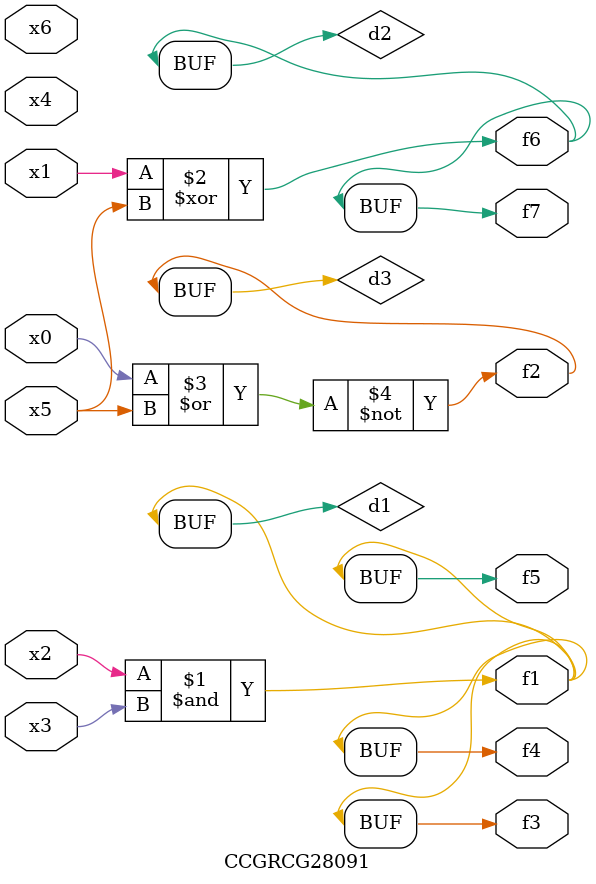
<source format=v>
module CCGRCG28091(
	input x0, x1, x2, x3, x4, x5, x6,
	output f1, f2, f3, f4, f5, f6, f7
);

	wire d1, d2, d3;

	and (d1, x2, x3);
	xor (d2, x1, x5);
	nor (d3, x0, x5);
	assign f1 = d1;
	assign f2 = d3;
	assign f3 = d1;
	assign f4 = d1;
	assign f5 = d1;
	assign f6 = d2;
	assign f7 = d2;
endmodule

</source>
